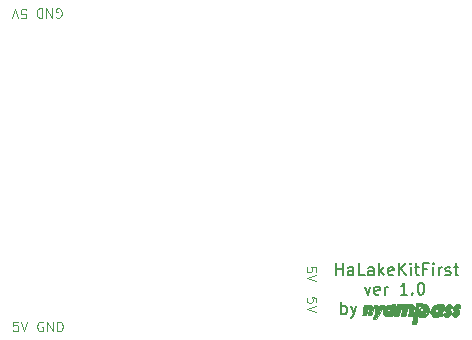
<source format=gto>
G04 #@! TF.FileFunction,Legend,Top*
%FSLAX46Y46*%
G04 Gerber Fmt 4.6, Leading zero omitted, Abs format (unit mm)*
G04 Created by KiCad (PCBNEW 4.0.2+dfsg1-stable) date 2016年11月21日 00時06分46秒*
%MOMM*%
G01*
G04 APERTURE LIST*
%ADD10C,0.100000*%
%ADD11C,0.200000*%
%ADD12C,0.010000*%
%ADD13O,2.432000X2.127200*%
%ADD14O,2.127200X2.127200*%
%ADD15O,2.127200X2.432000*%
%ADD16C,1.924000*%
G04 APERTURE END LIST*
D10*
D11*
X144057762Y-139263381D02*
X144057762Y-138263381D01*
X144057762Y-138644333D02*
X144153000Y-138596714D01*
X144343477Y-138596714D01*
X144438715Y-138644333D01*
X144486334Y-138691952D01*
X144533953Y-138787190D01*
X144533953Y-139072905D01*
X144486334Y-139168143D01*
X144438715Y-139215762D01*
X144343477Y-139263381D01*
X144153000Y-139263381D01*
X144057762Y-139215762D01*
X144867286Y-138596714D02*
X145105381Y-139263381D01*
X145343477Y-138596714D02*
X145105381Y-139263381D01*
X145010143Y-139501476D01*
X144962524Y-139549095D01*
X144867286Y-139596714D01*
X146042381Y-136945714D02*
X146280476Y-137612381D01*
X146518572Y-136945714D01*
X147280477Y-137564762D02*
X147185239Y-137612381D01*
X146994762Y-137612381D01*
X146899524Y-137564762D01*
X146851905Y-137469524D01*
X146851905Y-137088571D01*
X146899524Y-136993333D01*
X146994762Y-136945714D01*
X147185239Y-136945714D01*
X147280477Y-136993333D01*
X147328096Y-137088571D01*
X147328096Y-137183810D01*
X146851905Y-137279048D01*
X147756667Y-137612381D02*
X147756667Y-136945714D01*
X147756667Y-137136190D02*
X147804286Y-137040952D01*
X147851905Y-136993333D01*
X147947143Y-136945714D01*
X148042382Y-136945714D01*
X149661430Y-137612381D02*
X149090001Y-137612381D01*
X149375715Y-137612381D02*
X149375715Y-136612381D01*
X149280477Y-136755238D01*
X149185239Y-136850476D01*
X149090001Y-136898095D01*
X150090001Y-137517143D02*
X150137620Y-137564762D01*
X150090001Y-137612381D01*
X150042382Y-137564762D01*
X150090001Y-137517143D01*
X150090001Y-137612381D01*
X150756667Y-136612381D02*
X150851906Y-136612381D01*
X150947144Y-136660000D01*
X150994763Y-136707619D01*
X151042382Y-136802857D01*
X151090001Y-136993333D01*
X151090001Y-137231429D01*
X151042382Y-137421905D01*
X150994763Y-137517143D01*
X150947144Y-137564762D01*
X150851906Y-137612381D01*
X150756667Y-137612381D01*
X150661429Y-137564762D01*
X150613810Y-137517143D01*
X150566191Y-137421905D01*
X150518572Y-137231429D01*
X150518572Y-136993333D01*
X150566191Y-136802857D01*
X150613810Y-136707619D01*
X150661429Y-136660000D01*
X150756667Y-136612381D01*
X143597952Y-135961381D02*
X143597952Y-134961381D01*
X143597952Y-135437571D02*
X144169381Y-135437571D01*
X144169381Y-135961381D02*
X144169381Y-134961381D01*
X145074143Y-135961381D02*
X145074143Y-135437571D01*
X145026524Y-135342333D01*
X144931286Y-135294714D01*
X144740809Y-135294714D01*
X144645571Y-135342333D01*
X145074143Y-135913762D02*
X144978905Y-135961381D01*
X144740809Y-135961381D01*
X144645571Y-135913762D01*
X144597952Y-135818524D01*
X144597952Y-135723286D01*
X144645571Y-135628048D01*
X144740809Y-135580429D01*
X144978905Y-135580429D01*
X145074143Y-135532810D01*
X146026524Y-135961381D02*
X145550333Y-135961381D01*
X145550333Y-134961381D01*
X146788429Y-135961381D02*
X146788429Y-135437571D01*
X146740810Y-135342333D01*
X146645572Y-135294714D01*
X146455095Y-135294714D01*
X146359857Y-135342333D01*
X146788429Y-135913762D02*
X146693191Y-135961381D01*
X146455095Y-135961381D01*
X146359857Y-135913762D01*
X146312238Y-135818524D01*
X146312238Y-135723286D01*
X146359857Y-135628048D01*
X146455095Y-135580429D01*
X146693191Y-135580429D01*
X146788429Y-135532810D01*
X147264619Y-135961381D02*
X147264619Y-134961381D01*
X147359857Y-135580429D02*
X147645572Y-135961381D01*
X147645572Y-135294714D02*
X147264619Y-135675667D01*
X148455096Y-135913762D02*
X148359858Y-135961381D01*
X148169381Y-135961381D01*
X148074143Y-135913762D01*
X148026524Y-135818524D01*
X148026524Y-135437571D01*
X148074143Y-135342333D01*
X148169381Y-135294714D01*
X148359858Y-135294714D01*
X148455096Y-135342333D01*
X148502715Y-135437571D01*
X148502715Y-135532810D01*
X148026524Y-135628048D01*
X148931286Y-135961381D02*
X148931286Y-134961381D01*
X149502715Y-135961381D02*
X149074143Y-135389952D01*
X149502715Y-134961381D02*
X148931286Y-135532810D01*
X149931286Y-135961381D02*
X149931286Y-135294714D01*
X149931286Y-134961381D02*
X149883667Y-135009000D01*
X149931286Y-135056619D01*
X149978905Y-135009000D01*
X149931286Y-134961381D01*
X149931286Y-135056619D01*
X150264619Y-135294714D02*
X150645571Y-135294714D01*
X150407476Y-134961381D02*
X150407476Y-135818524D01*
X150455095Y-135913762D01*
X150550333Y-135961381D01*
X150645571Y-135961381D01*
X151312239Y-135437571D02*
X150978905Y-135437571D01*
X150978905Y-135961381D02*
X150978905Y-134961381D01*
X151455096Y-134961381D01*
X151836048Y-135961381D02*
X151836048Y-135294714D01*
X151836048Y-134961381D02*
X151788429Y-135009000D01*
X151836048Y-135056619D01*
X151883667Y-135009000D01*
X151836048Y-134961381D01*
X151836048Y-135056619D01*
X152312238Y-135961381D02*
X152312238Y-135294714D01*
X152312238Y-135485190D02*
X152359857Y-135389952D01*
X152407476Y-135342333D01*
X152502714Y-135294714D01*
X152597953Y-135294714D01*
X152883667Y-135913762D02*
X152978905Y-135961381D01*
X153169381Y-135961381D01*
X153264620Y-135913762D01*
X153312239Y-135818524D01*
X153312239Y-135770905D01*
X153264620Y-135675667D01*
X153169381Y-135628048D01*
X153026524Y-135628048D01*
X152931286Y-135580429D01*
X152883667Y-135485190D01*
X152883667Y-135437571D01*
X152931286Y-135342333D01*
X153026524Y-135294714D01*
X153169381Y-135294714D01*
X153264620Y-135342333D01*
X153597953Y-135294714D02*
X153978905Y-135294714D01*
X153740810Y-134961381D02*
X153740810Y-135818524D01*
X153788429Y-135913762D01*
X153883667Y-135961381D01*
X153978905Y-135961381D01*
D10*
X141941495Y-138277620D02*
X141941495Y-137896667D01*
X141560543Y-137858572D01*
X141598638Y-137896667D01*
X141636733Y-137972858D01*
X141636733Y-138163334D01*
X141598638Y-138239524D01*
X141560543Y-138277620D01*
X141484352Y-138315715D01*
X141293876Y-138315715D01*
X141217686Y-138277620D01*
X141179590Y-138239524D01*
X141141495Y-138163334D01*
X141141495Y-137972858D01*
X141179590Y-137896667D01*
X141217686Y-137858572D01*
X141941495Y-138544286D02*
X141141495Y-138810953D01*
X141941495Y-139077620D01*
X141916095Y-135686820D02*
X141916095Y-135305867D01*
X141535143Y-135267772D01*
X141573238Y-135305867D01*
X141611333Y-135382058D01*
X141611333Y-135572534D01*
X141573238Y-135648724D01*
X141535143Y-135686820D01*
X141458952Y-135724915D01*
X141268476Y-135724915D01*
X141192286Y-135686820D01*
X141154190Y-135648724D01*
X141116095Y-135572534D01*
X141116095Y-135382058D01*
X141154190Y-135305867D01*
X141192286Y-135267772D01*
X141916095Y-135953486D02*
X141116095Y-136220153D01*
X141916095Y-136486820D01*
X118795877Y-139960400D02*
X118719686Y-139922305D01*
X118605401Y-139922305D01*
X118491115Y-139960400D01*
X118414924Y-140036590D01*
X118376829Y-140112781D01*
X118338734Y-140265162D01*
X118338734Y-140379448D01*
X118376829Y-140531829D01*
X118414924Y-140608019D01*
X118491115Y-140684210D01*
X118605401Y-140722305D01*
X118681591Y-140722305D01*
X118795877Y-140684210D01*
X118833972Y-140646114D01*
X118833972Y-140379448D01*
X118681591Y-140379448D01*
X119176829Y-140722305D02*
X119176829Y-139922305D01*
X119633972Y-140722305D01*
X119633972Y-139922305D01*
X120014924Y-140722305D02*
X120014924Y-139922305D01*
X120205400Y-139922305D01*
X120319686Y-139960400D01*
X120395877Y-140036590D01*
X120433972Y-140112781D01*
X120472067Y-140265162D01*
X120472067Y-140379448D01*
X120433972Y-140531829D01*
X120395877Y-140608019D01*
X120319686Y-140684210D01*
X120205400Y-140722305D01*
X120014924Y-140722305D01*
X116687620Y-139922305D02*
X116306667Y-139922305D01*
X116268572Y-140303257D01*
X116306667Y-140265162D01*
X116382858Y-140227067D01*
X116573334Y-140227067D01*
X116649524Y-140265162D01*
X116687620Y-140303257D01*
X116725715Y-140379448D01*
X116725715Y-140569924D01*
X116687620Y-140646114D01*
X116649524Y-140684210D01*
X116573334Y-140722305D01*
X116382858Y-140722305D01*
X116306667Y-140684210D01*
X116268572Y-140646114D01*
X116954286Y-139922305D02*
X117220953Y-140722305D01*
X117487620Y-139922305D01*
X119938723Y-114141200D02*
X120014914Y-114179295D01*
X120129199Y-114179295D01*
X120243485Y-114141200D01*
X120319676Y-114065010D01*
X120357771Y-113988819D01*
X120395866Y-113836438D01*
X120395866Y-113722152D01*
X120357771Y-113569771D01*
X120319676Y-113493581D01*
X120243485Y-113417390D01*
X120129199Y-113379295D01*
X120053009Y-113379295D01*
X119938723Y-113417390D01*
X119900628Y-113455486D01*
X119900628Y-113722152D01*
X120053009Y-113722152D01*
X119557771Y-113379295D02*
X119557771Y-114179295D01*
X119100628Y-113379295D01*
X119100628Y-114179295D01*
X118719676Y-113379295D02*
X118719676Y-114179295D01*
X118529200Y-114179295D01*
X118414914Y-114141200D01*
X118338723Y-114065010D01*
X118300628Y-113988819D01*
X118262533Y-113836438D01*
X118262533Y-113722152D01*
X118300628Y-113569771D01*
X118338723Y-113493581D01*
X118414914Y-113417390D01*
X118529200Y-113379295D01*
X118719676Y-113379295D01*
X116966980Y-114204695D02*
X117347933Y-114204695D01*
X117386028Y-113823743D01*
X117347933Y-113861838D01*
X117271742Y-113899933D01*
X117081266Y-113899933D01*
X117005076Y-113861838D01*
X116966980Y-113823743D01*
X116928885Y-113747552D01*
X116928885Y-113557076D01*
X116966980Y-113480886D01*
X117005076Y-113442790D01*
X117081266Y-113404695D01*
X117271742Y-113404695D01*
X117347933Y-113442790D01*
X117386028Y-113480886D01*
X116700314Y-114204695D02*
X116433647Y-113404695D01*
X116166980Y-114204695D01*
D12*
G36*
X150481954Y-138334727D02*
X150505280Y-138344263D01*
X150581604Y-138356924D01*
X150703638Y-138363719D01*
X150841599Y-138363240D01*
X151046345Y-138373855D01*
X151205828Y-138426565D01*
X151339191Y-138530019D01*
X151416949Y-138623160D01*
X151473383Y-138748896D01*
X151496239Y-138908858D01*
X151485466Y-139073586D01*
X151441011Y-139213617D01*
X151418043Y-139250597D01*
X151266488Y-139399527D01*
X151085154Y-139489982D01*
X150888048Y-139517839D01*
X150689179Y-139478978D01*
X150669054Y-139470981D01*
X150601787Y-139443915D01*
X150556360Y-139437164D01*
X150525523Y-139461362D01*
X150502025Y-139527144D01*
X150478618Y-139645146D01*
X150454961Y-139785022D01*
X150408277Y-140062857D01*
X150035996Y-140062857D01*
X150207426Y-139281558D01*
X150219084Y-139228285D01*
X151106337Y-139228285D01*
X151197670Y-139228285D01*
X151272234Y-139218702D01*
X151303571Y-139201071D01*
X151306457Y-139147700D01*
X151296641Y-139098113D01*
X151279267Y-139052366D01*
X151254462Y-139054103D01*
X151205264Y-139107684D01*
X151190740Y-139125327D01*
X151106337Y-139228285D01*
X150219084Y-139228285D01*
X150270439Y-138993632D01*
X150319745Y-138768945D01*
X150331547Y-138716450D01*
X150529720Y-138716450D01*
X150543829Y-138850311D01*
X150556141Y-138900234D01*
X150572766Y-138949785D01*
X150590879Y-138949709D01*
X150620615Y-138892954D01*
X150642033Y-138843348D01*
X150718880Y-138843348D01*
X150734940Y-138939792D01*
X150794137Y-138999584D01*
X150874843Y-139012638D01*
X150955432Y-138968871D01*
X150965056Y-138958140D01*
X150995232Y-138881822D01*
X150996714Y-138822068D01*
X150975373Y-138764357D01*
X150918864Y-138741292D01*
X150857857Y-138738428D01*
X150771021Y-138745685D01*
X150732186Y-138779575D01*
X150718880Y-138843348D01*
X150642033Y-138843348D01*
X150643813Y-138839227D01*
X150711449Y-138725053D01*
X150795463Y-138642328D01*
X150809953Y-138633517D01*
X150912285Y-138578048D01*
X150803428Y-138577091D01*
X150652828Y-138588584D01*
X150563822Y-138632122D01*
X150529720Y-138716450D01*
X150331547Y-138716450D01*
X150357735Y-138599971D01*
X150386801Y-138479186D01*
X150409333Y-138399065D01*
X150427724Y-138352084D01*
X150444363Y-138330717D01*
X150461643Y-138327440D01*
X150481954Y-138334727D01*
X150481954Y-138334727D01*
G37*
X150481954Y-138334727D02*
X150505280Y-138344263D01*
X150581604Y-138356924D01*
X150703638Y-138363719D01*
X150841599Y-138363240D01*
X151046345Y-138373855D01*
X151205828Y-138426565D01*
X151339191Y-138530019D01*
X151416949Y-138623160D01*
X151473383Y-138748896D01*
X151496239Y-138908858D01*
X151485466Y-139073586D01*
X151441011Y-139213617D01*
X151418043Y-139250597D01*
X151266488Y-139399527D01*
X151085154Y-139489982D01*
X150888048Y-139517839D01*
X150689179Y-139478978D01*
X150669054Y-139470981D01*
X150601787Y-139443915D01*
X150556360Y-139437164D01*
X150525523Y-139461362D01*
X150502025Y-139527144D01*
X150478618Y-139645146D01*
X150454961Y-139785022D01*
X150408277Y-140062857D01*
X150035996Y-140062857D01*
X150207426Y-139281558D01*
X150219084Y-139228285D01*
X151106337Y-139228285D01*
X151197670Y-139228285D01*
X151272234Y-139218702D01*
X151303571Y-139201071D01*
X151306457Y-139147700D01*
X151296641Y-139098113D01*
X151279267Y-139052366D01*
X151254462Y-139054103D01*
X151205264Y-139107684D01*
X151190740Y-139125327D01*
X151106337Y-139228285D01*
X150219084Y-139228285D01*
X150270439Y-138993632D01*
X150319745Y-138768945D01*
X150331547Y-138716450D01*
X150529720Y-138716450D01*
X150543829Y-138850311D01*
X150556141Y-138900234D01*
X150572766Y-138949785D01*
X150590879Y-138949709D01*
X150620615Y-138892954D01*
X150642033Y-138843348D01*
X150718880Y-138843348D01*
X150734940Y-138939792D01*
X150794137Y-138999584D01*
X150874843Y-139012638D01*
X150955432Y-138968871D01*
X150965056Y-138958140D01*
X150995232Y-138881822D01*
X150996714Y-138822068D01*
X150975373Y-138764357D01*
X150918864Y-138741292D01*
X150857857Y-138738428D01*
X150771021Y-138745685D01*
X150732186Y-138779575D01*
X150718880Y-138843348D01*
X150642033Y-138843348D01*
X150643813Y-138839227D01*
X150711449Y-138725053D01*
X150795463Y-138642328D01*
X150809953Y-138633517D01*
X150912285Y-138578048D01*
X150803428Y-138577091D01*
X150652828Y-138588584D01*
X150563822Y-138632122D01*
X150529720Y-138716450D01*
X150331547Y-138716450D01*
X150357735Y-138599971D01*
X150386801Y-138479186D01*
X150409333Y-138399065D01*
X150427724Y-138352084D01*
X150444363Y-138330717D01*
X150461643Y-138327440D01*
X150481954Y-138334727D01*
G36*
X147586287Y-138467784D02*
X147629267Y-138477542D01*
X147649348Y-138503453D01*
X147644357Y-138553410D01*
X147612122Y-138635306D01*
X147550470Y-138757035D01*
X147457228Y-138926489D01*
X147337504Y-139138700D01*
X147040375Y-139663714D01*
X146880830Y-139663714D01*
X146784718Y-139659916D01*
X146727884Y-139650332D01*
X146721285Y-139645021D01*
X146737788Y-139606106D01*
X146780836Y-139523075D01*
X146834829Y-139425141D01*
X146948372Y-139223953D01*
X146875852Y-138860305D01*
X146842413Y-138685285D01*
X146828086Y-138569854D01*
X146837038Y-138502587D01*
X146873437Y-138472057D01*
X146941450Y-138466837D01*
X147017188Y-138472800D01*
X147104680Y-138492234D01*
X147143163Y-138539295D01*
X147150715Y-138575142D01*
X147174323Y-138669047D01*
X147211583Y-138692005D01*
X147264140Y-138644248D01*
X147295686Y-138595595D01*
X147354535Y-138511251D01*
X147418205Y-138474465D01*
X147519943Y-138466287D01*
X147522579Y-138466285D01*
X147586287Y-138467784D01*
X147586287Y-138467784D01*
G37*
X147586287Y-138467784D02*
X147629267Y-138477542D01*
X147649348Y-138503453D01*
X147644357Y-138553410D01*
X147612122Y-138635306D01*
X147550470Y-138757035D01*
X147457228Y-138926489D01*
X147337504Y-139138700D01*
X147040375Y-139663714D01*
X146880830Y-139663714D01*
X146784718Y-139659916D01*
X146727884Y-139650332D01*
X146721285Y-139645021D01*
X146737788Y-139606106D01*
X146780836Y-139523075D01*
X146834829Y-139425141D01*
X146948372Y-139223953D01*
X146875852Y-138860305D01*
X146842413Y-138685285D01*
X146828086Y-138569854D01*
X146837038Y-138502587D01*
X146873437Y-138472057D01*
X146941450Y-138466837D01*
X147017188Y-138472800D01*
X147104680Y-138492234D01*
X147143163Y-138539295D01*
X147150715Y-138575142D01*
X147174323Y-138669047D01*
X147211583Y-138692005D01*
X147264140Y-138644248D01*
X147295686Y-138595595D01*
X147354535Y-138511251D01*
X147418205Y-138474465D01*
X147519943Y-138466287D01*
X147522579Y-138466285D01*
X147586287Y-138467784D01*
G36*
X153316815Y-138468843D02*
X153374820Y-138505205D01*
X153455720Y-138590103D01*
X153465341Y-138661672D01*
X153403614Y-138720177D01*
X153309259Y-138755979D01*
X153148089Y-138801103D01*
X153254830Y-138890920D01*
X153340197Y-138993319D01*
X153361571Y-139088170D01*
X153333890Y-139240352D01*
X153260145Y-139366346D01*
X153154289Y-139458220D01*
X153030272Y-139508044D01*
X152902044Y-139507884D01*
X152783556Y-139449811D01*
X152761207Y-139429506D01*
X152686060Y-139329384D01*
X152680793Y-139248162D01*
X152745603Y-139184482D01*
X152799755Y-139160433D01*
X152862978Y-139137571D01*
X152962428Y-139137571D01*
X152980571Y-139155714D01*
X152998714Y-139137571D01*
X152980571Y-139119428D01*
X152962428Y-139137571D01*
X152862978Y-139137571D01*
X152927367Y-139114288D01*
X152854183Y-139021250D01*
X152795720Y-138920921D01*
X152786804Y-138816455D01*
X152825936Y-138683271D01*
X152832570Y-138667101D01*
X152918460Y-138541213D01*
X153040293Y-138462476D01*
X153179325Y-138436487D01*
X153316815Y-138468843D01*
X153316815Y-138468843D01*
G37*
X153316815Y-138468843D02*
X153374820Y-138505205D01*
X153455720Y-138590103D01*
X153465341Y-138661672D01*
X153403614Y-138720177D01*
X153309259Y-138755979D01*
X153148089Y-138801103D01*
X153254830Y-138890920D01*
X153340197Y-138993319D01*
X153361571Y-139088170D01*
X153333890Y-139240352D01*
X153260145Y-139366346D01*
X153154289Y-139458220D01*
X153030272Y-139508044D01*
X152902044Y-139507884D01*
X152783556Y-139449811D01*
X152761207Y-139429506D01*
X152686060Y-139329384D01*
X152680793Y-139248162D01*
X152745603Y-139184482D01*
X152799755Y-139160433D01*
X152862978Y-139137571D01*
X152962428Y-139137571D01*
X152980571Y-139155714D01*
X152998714Y-139137571D01*
X152980571Y-139119428D01*
X152962428Y-139137571D01*
X152862978Y-139137571D01*
X152927367Y-139114288D01*
X152854183Y-139021250D01*
X152795720Y-138920921D01*
X152786804Y-138816455D01*
X152825936Y-138683271D01*
X152832570Y-138667101D01*
X152918460Y-138541213D01*
X153040293Y-138462476D01*
X153179325Y-138436487D01*
X153316815Y-138468843D01*
G36*
X152647834Y-138445108D02*
X152725711Y-138454690D01*
X152744714Y-138464367D01*
X152737447Y-138510360D01*
X152718026Y-138610385D01*
X152690016Y-138747627D01*
X152656985Y-138905269D01*
X152622498Y-139066497D01*
X152590124Y-139214493D01*
X152563429Y-139332442D01*
X152545979Y-139403528D01*
X152544197Y-139409714D01*
X152520296Y-139436493D01*
X152459964Y-139454469D01*
X152351252Y-139465683D01*
X152182209Y-139472176D01*
X152178057Y-139472274D01*
X151828433Y-139480405D01*
X151706002Y-139357974D01*
X151623974Y-139260487D01*
X151589038Y-139167472D01*
X151584368Y-139095843D01*
X151599135Y-139010939D01*
X152000974Y-139010939D01*
X152041296Y-139068099D01*
X152121900Y-139076181D01*
X152191609Y-139055467D01*
X152216619Y-138999741D01*
X152218571Y-138956143D01*
X152204922Y-138872911D01*
X152155677Y-138838798D01*
X152142824Y-138836463D01*
X152055032Y-138853935D01*
X152001844Y-138919856D01*
X152000974Y-139010939D01*
X151599135Y-139010939D01*
X151618554Y-138899298D01*
X151710002Y-138712702D01*
X151845345Y-138562676D01*
X151856475Y-138553959D01*
X151923205Y-138506877D01*
X151987176Y-138476153D01*
X152066707Y-138457754D01*
X152180114Y-138447646D01*
X152345714Y-138441797D01*
X152368425Y-138441227D01*
X152523717Y-138440311D01*
X152647834Y-138445108D01*
X152647834Y-138445108D01*
G37*
X152647834Y-138445108D02*
X152725711Y-138454690D01*
X152744714Y-138464367D01*
X152737447Y-138510360D01*
X152718026Y-138610385D01*
X152690016Y-138747627D01*
X152656985Y-138905269D01*
X152622498Y-139066497D01*
X152590124Y-139214493D01*
X152563429Y-139332442D01*
X152545979Y-139403528D01*
X152544197Y-139409714D01*
X152520296Y-139436493D01*
X152459964Y-139454469D01*
X152351252Y-139465683D01*
X152182209Y-139472176D01*
X152178057Y-139472274D01*
X151828433Y-139480405D01*
X151706002Y-139357974D01*
X151623974Y-139260487D01*
X151589038Y-139167472D01*
X151584368Y-139095843D01*
X151599135Y-139010939D01*
X152000974Y-139010939D01*
X152041296Y-139068099D01*
X152121900Y-139076181D01*
X152191609Y-139055467D01*
X152216619Y-138999741D01*
X152218571Y-138956143D01*
X152204922Y-138872911D01*
X152155677Y-138838798D01*
X152142824Y-138836463D01*
X152055032Y-138853935D01*
X152001844Y-138919856D01*
X152000974Y-139010939D01*
X151599135Y-139010939D01*
X151618554Y-138899298D01*
X151710002Y-138712702D01*
X151845345Y-138562676D01*
X151856475Y-138553959D01*
X151923205Y-138506877D01*
X151987176Y-138476153D01*
X152066707Y-138457754D01*
X152180114Y-138447646D01*
X152345714Y-138441797D01*
X152368425Y-138441227D01*
X152523717Y-138440311D01*
X152647834Y-138445108D01*
G36*
X153973252Y-138449134D02*
X154076451Y-138493165D01*
X154141347Y-138572964D01*
X154152997Y-138618709D01*
X154152003Y-138684025D01*
X154116529Y-138719427D01*
X154027852Y-138743345D01*
X154025997Y-138743716D01*
X153927619Y-138759687D01*
X153859347Y-138764313D01*
X153851428Y-138763389D01*
X153852251Y-138776720D01*
X153899739Y-138819643D01*
X153917762Y-138833705D01*
X154026873Y-138947408D01*
X154065338Y-139071215D01*
X154037016Y-139205786D01*
X153947861Y-139349160D01*
X153829610Y-139440843D01*
X153696108Y-139475707D01*
X153561204Y-139448623D01*
X153493465Y-139407080D01*
X153437103Y-139341386D01*
X153402562Y-139262495D01*
X153395480Y-139193386D01*
X153421496Y-139157035D01*
X153431780Y-139155714D01*
X153488450Y-139143779D01*
X153507042Y-139137571D01*
X153688142Y-139137571D01*
X153706285Y-139155714D01*
X153724428Y-139137571D01*
X153706285Y-139119428D01*
X153688142Y-139137571D01*
X153507042Y-139137571D01*
X153559431Y-139120079D01*
X153653158Y-139084444D01*
X153575723Y-139007009D01*
X153522626Y-138907139D01*
X153516638Y-138778868D01*
X153555429Y-138646923D01*
X153618400Y-138553989D01*
X153725769Y-138477311D01*
X153850205Y-138443105D01*
X153973252Y-138449134D01*
X153973252Y-138449134D01*
G37*
X153973252Y-138449134D02*
X154076451Y-138493165D01*
X154141347Y-138572964D01*
X154152997Y-138618709D01*
X154152003Y-138684025D01*
X154116529Y-138719427D01*
X154027852Y-138743345D01*
X154025997Y-138743716D01*
X153927619Y-138759687D01*
X153859347Y-138764313D01*
X153851428Y-138763389D01*
X153852251Y-138776720D01*
X153899739Y-138819643D01*
X153917762Y-138833705D01*
X154026873Y-138947408D01*
X154065338Y-139071215D01*
X154037016Y-139205786D01*
X153947861Y-139349160D01*
X153829610Y-139440843D01*
X153696108Y-139475707D01*
X153561204Y-139448623D01*
X153493465Y-139407080D01*
X153437103Y-139341386D01*
X153402562Y-139262495D01*
X153395480Y-139193386D01*
X153421496Y-139157035D01*
X153431780Y-139155714D01*
X153488450Y-139143779D01*
X153507042Y-139137571D01*
X153688142Y-139137571D01*
X153706285Y-139155714D01*
X153724428Y-139137571D01*
X153706285Y-139119428D01*
X153688142Y-139137571D01*
X153507042Y-139137571D01*
X153559431Y-139120079D01*
X153653158Y-139084444D01*
X153575723Y-139007009D01*
X153522626Y-138907139D01*
X153516638Y-138778868D01*
X153555429Y-138646923D01*
X153618400Y-138553989D01*
X153725769Y-138477311D01*
X153850205Y-138443105D01*
X153973252Y-138449134D01*
G36*
X148541249Y-138431077D02*
X148580167Y-138441943D01*
X148599264Y-138474049D01*
X148599905Y-138538848D01*
X148583458Y-138647792D01*
X148551287Y-138812331D01*
X148535864Y-138888648D01*
X148494688Y-139093594D01*
X148464511Y-139237787D01*
X148440696Y-139331341D01*
X148418603Y-139384371D01*
X148393597Y-139406989D01*
X148361040Y-139409311D01*
X148316293Y-139401450D01*
X148301876Y-139398951D01*
X148175597Y-139393164D01*
X148058756Y-139406327D01*
X147935229Y-139416436D01*
X147821211Y-139402955D01*
X147680953Y-139333756D01*
X147593613Y-139216953D01*
X147562711Y-139058104D01*
X147565364Y-138998797D01*
X147582130Y-138929091D01*
X147920004Y-138929091D01*
X147939166Y-138999603D01*
X147974209Y-139033981D01*
X148056022Y-139059324D01*
X148128326Y-139030406D01*
X148165985Y-138961327D01*
X148165844Y-138926473D01*
X148139254Y-138867691D01*
X148069059Y-138847818D01*
X148046211Y-138847285D01*
X147958406Y-138871264D01*
X147920004Y-138929091D01*
X147582130Y-138929091D01*
X147609640Y-138814716D01*
X147709486Y-138662689D01*
X147849479Y-138544696D01*
X147943983Y-138491896D01*
X148041947Y-138471697D01*
X148163643Y-138475110D01*
X148269811Y-138478471D01*
X148338967Y-138470761D01*
X148354143Y-138460199D01*
X148386059Y-138440233D01*
X148464533Y-138430259D01*
X148481143Y-138430000D01*
X148541249Y-138431077D01*
X148541249Y-138431077D01*
G37*
X148541249Y-138431077D02*
X148580167Y-138441943D01*
X148599264Y-138474049D01*
X148599905Y-138538848D01*
X148583458Y-138647792D01*
X148551287Y-138812331D01*
X148535864Y-138888648D01*
X148494688Y-139093594D01*
X148464511Y-139237787D01*
X148440696Y-139331341D01*
X148418603Y-139384371D01*
X148393597Y-139406989D01*
X148361040Y-139409311D01*
X148316293Y-139401450D01*
X148301876Y-139398951D01*
X148175597Y-139393164D01*
X148058756Y-139406327D01*
X147935229Y-139416436D01*
X147821211Y-139402955D01*
X147680953Y-139333756D01*
X147593613Y-139216953D01*
X147562711Y-139058104D01*
X147565364Y-138998797D01*
X147582130Y-138929091D01*
X147920004Y-138929091D01*
X147939166Y-138999603D01*
X147974209Y-139033981D01*
X148056022Y-139059324D01*
X148128326Y-139030406D01*
X148165985Y-138961327D01*
X148165844Y-138926473D01*
X148139254Y-138867691D01*
X148069059Y-138847818D01*
X148046211Y-138847285D01*
X147958406Y-138871264D01*
X147920004Y-138929091D01*
X147582130Y-138929091D01*
X147609640Y-138814716D01*
X147709486Y-138662689D01*
X147849479Y-138544696D01*
X147943983Y-138491896D01*
X148041947Y-138471697D01*
X148163643Y-138475110D01*
X148269811Y-138478471D01*
X148338967Y-138470761D01*
X148354143Y-138460199D01*
X148386059Y-138440233D01*
X148464533Y-138430259D01*
X148481143Y-138430000D01*
X148541249Y-138431077D01*
G36*
X149996249Y-138438377D02*
X150121142Y-138520607D01*
X150144770Y-138548447D01*
X150182080Y-138604727D01*
X150199924Y-138660229D01*
X150200000Y-138736251D01*
X150184011Y-138854093D01*
X150174007Y-138914681D01*
X150146320Y-139067740D01*
X150117012Y-139211454D01*
X150092653Y-139313834D01*
X150066968Y-139392465D01*
X150031666Y-139431418D01*
X149963965Y-139444620D01*
X149876437Y-139446000D01*
X149773374Y-139441056D01*
X149708135Y-139428429D01*
X149696249Y-139418785D01*
X149703766Y-139372386D01*
X149724015Y-139275398D01*
X149752800Y-139147804D01*
X149756265Y-139132943D01*
X149790507Y-138959445D01*
X149796226Y-138846662D01*
X149772431Y-138788164D01*
X149718130Y-138777521D01*
X149702002Y-138780960D01*
X149657902Y-138809982D01*
X149620271Y-138880074D01*
X149582762Y-139004566D01*
X149569446Y-139059358D01*
X149537083Y-139196152D01*
X149509355Y-139310986D01*
X149491972Y-139380231D01*
X149491361Y-139382500D01*
X149463215Y-139422540D01*
X149395525Y-139441773D01*
X149295126Y-139446000D01*
X149192433Y-139439576D01*
X149127694Y-139423174D01*
X149116142Y-139410745D01*
X149123497Y-139360457D01*
X149142958Y-139259436D01*
X149170620Y-139127729D01*
X149176467Y-139100956D01*
X149206818Y-138943009D01*
X149214601Y-138843129D01*
X149200515Y-138790641D01*
X149197049Y-138786678D01*
X149137377Y-138757875D01*
X149082519Y-138797395D01*
X149031318Y-138906728D01*
X148990428Y-139053016D01*
X148957699Y-139191261D01*
X148929624Y-139307551D01*
X148911807Y-139378701D01*
X148910789Y-139382500D01*
X148882644Y-139422540D01*
X148814954Y-139441773D01*
X148714554Y-139446000D01*
X148591315Y-139437118D01*
X148538427Y-139410472D01*
X148536198Y-139400643D01*
X148544457Y-139345119D01*
X148565976Y-139239138D01*
X148596899Y-139098980D01*
X148633372Y-138940926D01*
X148671539Y-138781255D01*
X148707546Y-138636247D01*
X148737537Y-138522184D01*
X148757658Y-138455345D01*
X148762496Y-138444979D01*
X148811368Y-138430437D01*
X148911405Y-138419513D01*
X149041267Y-138412734D01*
X149179613Y-138410626D01*
X149305103Y-138413717D01*
X149396396Y-138422532D01*
X149421217Y-138428724D01*
X149527659Y-138441852D01*
X149654109Y-138423332D01*
X149834706Y-138404456D01*
X149996249Y-138438377D01*
X149996249Y-138438377D01*
G37*
X149996249Y-138438377D02*
X150121142Y-138520607D01*
X150144770Y-138548447D01*
X150182080Y-138604727D01*
X150199924Y-138660229D01*
X150200000Y-138736251D01*
X150184011Y-138854093D01*
X150174007Y-138914681D01*
X150146320Y-139067740D01*
X150117012Y-139211454D01*
X150092653Y-139313834D01*
X150066968Y-139392465D01*
X150031666Y-139431418D01*
X149963965Y-139444620D01*
X149876437Y-139446000D01*
X149773374Y-139441056D01*
X149708135Y-139428429D01*
X149696249Y-139418785D01*
X149703766Y-139372386D01*
X149724015Y-139275398D01*
X149752800Y-139147804D01*
X149756265Y-139132943D01*
X149790507Y-138959445D01*
X149796226Y-138846662D01*
X149772431Y-138788164D01*
X149718130Y-138777521D01*
X149702002Y-138780960D01*
X149657902Y-138809982D01*
X149620271Y-138880074D01*
X149582762Y-139004566D01*
X149569446Y-139059358D01*
X149537083Y-139196152D01*
X149509355Y-139310986D01*
X149491972Y-139380231D01*
X149491361Y-139382500D01*
X149463215Y-139422540D01*
X149395525Y-139441773D01*
X149295126Y-139446000D01*
X149192433Y-139439576D01*
X149127694Y-139423174D01*
X149116142Y-139410745D01*
X149123497Y-139360457D01*
X149142958Y-139259436D01*
X149170620Y-139127729D01*
X149176467Y-139100956D01*
X149206818Y-138943009D01*
X149214601Y-138843129D01*
X149200515Y-138790641D01*
X149197049Y-138786678D01*
X149137377Y-138757875D01*
X149082519Y-138797395D01*
X149031318Y-138906728D01*
X148990428Y-139053016D01*
X148957699Y-139191261D01*
X148929624Y-139307551D01*
X148911807Y-139378701D01*
X148910789Y-139382500D01*
X148882644Y-139422540D01*
X148814954Y-139441773D01*
X148714554Y-139446000D01*
X148591315Y-139437118D01*
X148538427Y-139410472D01*
X148536198Y-139400643D01*
X148544457Y-139345119D01*
X148565976Y-139239138D01*
X148596899Y-139098980D01*
X148633372Y-138940926D01*
X148671539Y-138781255D01*
X148707546Y-138636247D01*
X148737537Y-138522184D01*
X148757658Y-138455345D01*
X148762496Y-138444979D01*
X148811368Y-138430437D01*
X148911405Y-138419513D01*
X149041267Y-138412734D01*
X149179613Y-138410626D01*
X149305103Y-138413717D01*
X149396396Y-138422532D01*
X149421217Y-138428724D01*
X149527659Y-138441852D01*
X149654109Y-138423332D01*
X149834706Y-138404456D01*
X149996249Y-138438377D01*
G36*
X146553928Y-138507520D02*
X146641766Y-138553146D01*
X146701453Y-138621900D01*
X146730154Y-138696170D01*
X146734791Y-138802632D01*
X146714429Y-138951833D01*
X146668133Y-139154322D01*
X146647161Y-139234054D01*
X146617176Y-139324043D01*
X146575103Y-139363574D01*
X146494138Y-139373257D01*
X146465887Y-139373428D01*
X146390060Y-139371615D01*
X146345937Y-139357038D01*
X146329535Y-139315991D01*
X146336873Y-139234767D01*
X146363966Y-139099659D01*
X146373466Y-139055363D01*
X146394465Y-138935758D01*
X146401328Y-138847047D01*
X146393609Y-138810316D01*
X146329415Y-138804925D01*
X146273071Y-138859621D01*
X146236953Y-138962064D01*
X146236026Y-138967454D01*
X146209746Y-139099327D01*
X146176745Y-139233309D01*
X146175612Y-139237357D01*
X146144673Y-139325521D01*
X146101173Y-139364053D01*
X146017933Y-139373302D01*
X145993865Y-139373428D01*
X145892386Y-139362735D01*
X145850669Y-139332738D01*
X145850149Y-139328071D01*
X145857012Y-139275573D01*
X145875798Y-139168823D01*
X145903437Y-139024575D01*
X145929238Y-138896455D01*
X146008607Y-138510195D01*
X146247018Y-138493880D01*
X146427635Y-138489254D01*
X146553928Y-138507520D01*
X146553928Y-138507520D01*
G37*
X146553928Y-138507520D02*
X146641766Y-138553146D01*
X146701453Y-138621900D01*
X146730154Y-138696170D01*
X146734791Y-138802632D01*
X146714429Y-138951833D01*
X146668133Y-139154322D01*
X146647161Y-139234054D01*
X146617176Y-139324043D01*
X146575103Y-139363574D01*
X146494138Y-139373257D01*
X146465887Y-139373428D01*
X146390060Y-139371615D01*
X146345937Y-139357038D01*
X146329535Y-139315991D01*
X146336873Y-139234767D01*
X146363966Y-139099659D01*
X146373466Y-139055363D01*
X146394465Y-138935758D01*
X146401328Y-138847047D01*
X146393609Y-138810316D01*
X146329415Y-138804925D01*
X146273071Y-138859621D01*
X146236953Y-138962064D01*
X146236026Y-138967454D01*
X146209746Y-139099327D01*
X146176745Y-139233309D01*
X146175612Y-139237357D01*
X146144673Y-139325521D01*
X146101173Y-139364053D01*
X146017933Y-139373302D01*
X145993865Y-139373428D01*
X145892386Y-139362735D01*
X145850669Y-139332738D01*
X145850149Y-139328071D01*
X145857012Y-139275573D01*
X145875798Y-139168823D01*
X145903437Y-139024575D01*
X145929238Y-138896455D01*
X146008607Y-138510195D01*
X146247018Y-138493880D01*
X146427635Y-138489254D01*
X146553928Y-138507520D01*
%LPC*%
D13*
X121920000Y-115570000D03*
X124460000Y-115570000D03*
X127000000Y-115570000D03*
X121920000Y-118110000D03*
X124460000Y-118110000D03*
X127000000Y-118110000D03*
X121920000Y-120650000D03*
X124460000Y-120650000D03*
X127000000Y-120650000D03*
X121920000Y-123190000D03*
X124460000Y-123190000D03*
X127000000Y-123190000D03*
X121920000Y-125730000D03*
X124460000Y-125730000D03*
X127000000Y-125730000D03*
X121920000Y-128270000D03*
X124460000Y-128270000D03*
X127000000Y-128270000D03*
X121920000Y-130810000D03*
X124460000Y-130810000D03*
X127000000Y-130810000D03*
X121920000Y-133350000D03*
X124460000Y-133350000D03*
X127000000Y-133350000D03*
X121920000Y-135890000D03*
X124460000Y-135890000D03*
X127000000Y-135890000D03*
X121920000Y-138430000D03*
X124460000Y-138430000D03*
X127000000Y-138430000D03*
X132080000Y-115570000D03*
X134620000Y-115570000D03*
X137160000Y-115570000D03*
X132080000Y-118110000D03*
X134620000Y-118110000D03*
X137160000Y-118110000D03*
X132080000Y-120650000D03*
X134620000Y-120650000D03*
X137160000Y-120650000D03*
X132080000Y-123190000D03*
X134620000Y-123190000D03*
X137160000Y-123190000D03*
X132080000Y-125730000D03*
X134620000Y-125730000D03*
X137160000Y-125730000D03*
X132080000Y-128270000D03*
X134620000Y-128270000D03*
X137160000Y-128270000D03*
X132080000Y-130810000D03*
X134620000Y-130810000D03*
X137160000Y-130810000D03*
X132080000Y-133350000D03*
X134620000Y-133350000D03*
X137160000Y-133350000D03*
X132080000Y-135890000D03*
X134620000Y-135890000D03*
X137160000Y-135890000D03*
X132080000Y-138430000D03*
X134620000Y-138430000D03*
X137160000Y-138430000D03*
D14*
X151130000Y-113030000D03*
X151130000Y-115570000D03*
X148590000Y-113030000D03*
X148590000Y-115570000D03*
D15*
X151130000Y-110490000D03*
X153670000Y-110490000D03*
X146050000Y-110490000D03*
X148590000Y-110490000D03*
X132080000Y-113030000D03*
X134620000Y-113030000D03*
X132080000Y-110490000D03*
X129540000Y-110490000D03*
X137160000Y-110490000D03*
X134620000Y-110490000D03*
X119380000Y-138430000D03*
X119380000Y-135890000D03*
X119380000Y-133350000D03*
X119380000Y-130810000D03*
X119380000Y-128270000D03*
X119380000Y-125730000D03*
X119380000Y-123190000D03*
X119380000Y-120650000D03*
X119380000Y-118110000D03*
X119380000Y-115570000D03*
X116840000Y-138430000D03*
X116840000Y-135890000D03*
X116840000Y-133350000D03*
X116840000Y-130810000D03*
X116840000Y-128270000D03*
X116840000Y-125730000D03*
X116840000Y-123190000D03*
X116840000Y-120650000D03*
X116840000Y-118110000D03*
X116840000Y-115570000D03*
D13*
X139700000Y-110490000D03*
X139700000Y-113030000D03*
X139700000Y-115570000D03*
X139700000Y-118110000D03*
X139700000Y-120650000D03*
X139700000Y-123190000D03*
X139700000Y-125730000D03*
X139700000Y-128270000D03*
X139700000Y-130810000D03*
X139700000Y-133350000D03*
X139700000Y-135890000D03*
X139700000Y-138430000D03*
X160020000Y-105410000D03*
X160020000Y-107950000D03*
X160020000Y-110490000D03*
X160020000Y-113030000D03*
X160020000Y-115570000D03*
X160020000Y-118110000D03*
X160020000Y-120650000D03*
X160020000Y-123190000D03*
X160020000Y-125730000D03*
X160020000Y-128270000D03*
X160020000Y-130810000D03*
X160020000Y-133350000D03*
D16*
X142240000Y-105410000D03*
X142240000Y-107950000D03*
X142240000Y-110490000D03*
X142240000Y-113030000D03*
X142240000Y-115570000D03*
X142240000Y-118110000D03*
X142240000Y-120650000D03*
X142240000Y-123190000D03*
X142240000Y-125730000D03*
X142240000Y-128270000D03*
X142240000Y-130810000D03*
X142240000Y-133350000D03*
X157480000Y-133350000D03*
X157480000Y-130810000D03*
X157480000Y-128270000D03*
X157480000Y-125730000D03*
X157480000Y-123190000D03*
X157480000Y-120650000D03*
X157480000Y-118110000D03*
X157480000Y-115570000D03*
X157480000Y-113030000D03*
X157480000Y-110490000D03*
X157480000Y-107950000D03*
X157480000Y-105410000D03*
M02*

</source>
